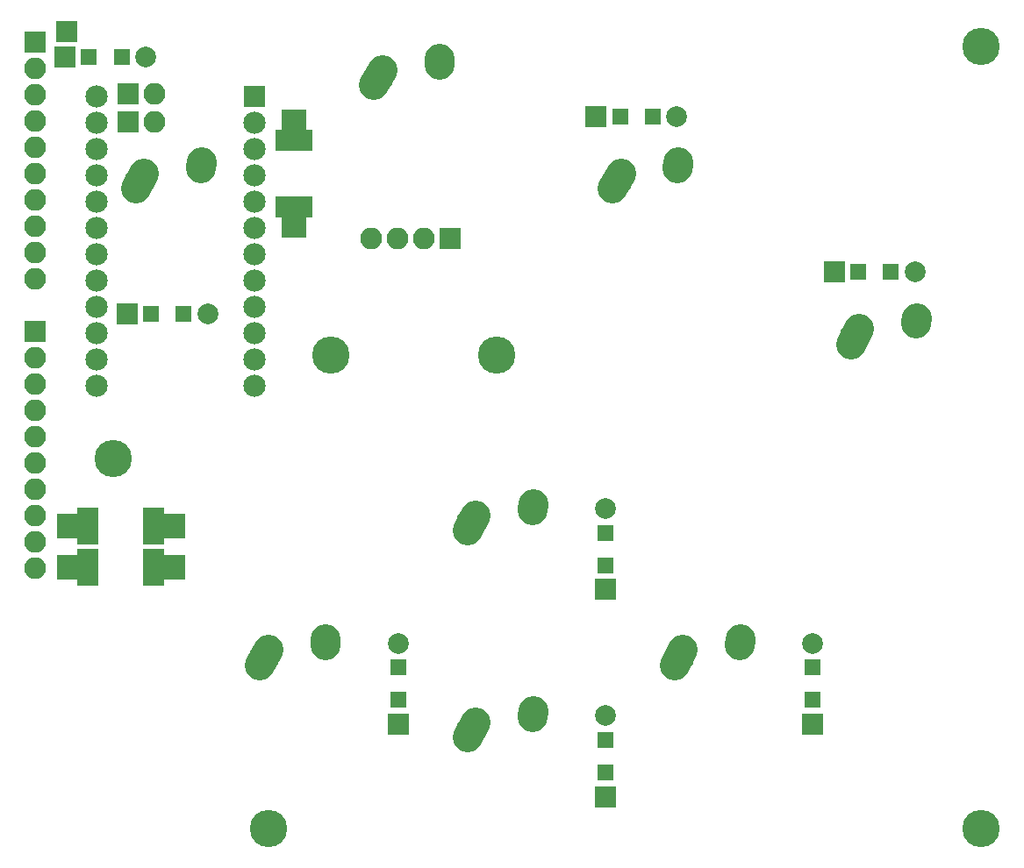
<source format=gbr>
G04 #@! TF.GenerationSoftware,KiCad,Pcbnew,(5.1.2)-2*
G04 #@! TF.CreationDate,2019-07-07T18:04:58+10:00*
G04 #@! TF.ProjectId,Right_Combined_Micro,52696768-745f-4436-9f6d-62696e65645f,rev?*
G04 #@! TF.SameCoordinates,Original*
G04 #@! TF.FileFunction,Soldermask,Top*
G04 #@! TF.FilePolarity,Negative*
%FSLAX46Y46*%
G04 Gerber Fmt 4.6, Leading zero omitted, Abs format (unit mm)*
G04 Created by KiCad (PCBNEW (5.1.2)-2) date 2019-07-07 18:04:58*
%MOMM*%
%LPD*%
G04 APERTURE LIST*
%ADD10C,3.600000*%
%ADD11R,2.152600X2.152600*%
%ADD12C,2.152600*%
%ADD13R,1.600000X1.600000*%
%ADD14R,2.000000X2.000000*%
%ADD15C,2.000000*%
%ADD16R,2.100000X2.100000*%
%ADD17O,2.100000X2.100000*%
%ADD18C,2.900000*%
%ADD19C,2.900000*%
%ADD20R,2.000200X3.600400*%
%ADD21R,2.398980X2.398980*%
%ADD22R,3.600400X2.000200*%
G04 APERTURE END LIST*
D10*
X127500000Y-109250000D03*
X112500000Y-73500000D03*
X196250000Y-109250000D03*
D11*
X126120000Y-38530000D03*
D12*
X126120000Y-41070000D03*
X126120000Y-43610000D03*
X126120000Y-46150000D03*
X126120000Y-48690000D03*
X126120000Y-51230000D03*
X126120000Y-53770000D03*
X126120000Y-56310000D03*
X126120000Y-58850000D03*
X126120000Y-61390000D03*
X126120000Y-63930000D03*
X126120000Y-66470000D03*
X110880000Y-66470000D03*
X110880000Y-63930000D03*
X110880000Y-61390000D03*
X110880000Y-58850000D03*
X110880000Y-56310000D03*
X110880000Y-53770000D03*
X110880000Y-51230000D03*
X110880000Y-48690000D03*
X110880000Y-46150000D03*
X110880000Y-43610000D03*
X110880000Y-41070000D03*
X110880000Y-38530000D03*
D13*
X119325000Y-59500000D03*
X116175000Y-59500000D03*
D14*
X113850000Y-59500000D03*
D15*
X121650000Y-59500000D03*
D13*
X113325000Y-34750000D03*
X110175000Y-34750000D03*
D14*
X107850000Y-34750000D03*
D15*
X115650000Y-34750000D03*
D13*
X164575000Y-40500000D03*
X161425000Y-40500000D03*
D14*
X159100000Y-40500000D03*
D15*
X166900000Y-40500000D03*
D13*
X187575000Y-55500000D03*
X184425000Y-55500000D03*
D14*
X182100000Y-55500000D03*
D15*
X189900000Y-55500000D03*
D13*
X140000000Y-93675000D03*
X140000000Y-96825000D03*
D14*
X140000000Y-99150000D03*
D15*
X140000000Y-91350000D03*
D13*
X160000000Y-80675000D03*
X160000000Y-83825000D03*
D14*
X160000000Y-86150000D03*
D15*
X160000000Y-78350000D03*
D13*
X160000000Y-100675000D03*
X160000000Y-103825000D03*
D14*
X160000000Y-106150000D03*
D15*
X160000000Y-98350000D03*
D13*
X180000000Y-93675000D03*
X180000000Y-96825000D03*
D14*
X180000000Y-99150000D03*
D15*
X180000000Y-91350000D03*
D16*
X114000000Y-38250000D03*
D17*
X116540000Y-38250000D03*
D16*
X145000000Y-52250000D03*
D17*
X142460000Y-52250000D03*
X139920000Y-52250000D03*
X137380000Y-52250000D03*
D16*
X114000000Y-41000000D03*
D17*
X116540000Y-41000000D03*
D18*
X115095000Y-46730000D03*
D19*
X115500453Y-46000046D02*
X114689547Y-47459954D01*
D18*
X121020000Y-45210000D03*
D19*
X121039724Y-44920672D02*
X121000276Y-45499328D01*
D18*
X138095000Y-36730000D03*
D19*
X138500453Y-36000046D02*
X137689547Y-37459954D01*
D18*
X144020000Y-35210000D03*
D19*
X144039724Y-34920672D02*
X144000276Y-35499328D01*
D18*
X161095000Y-46730000D03*
D19*
X161500453Y-46000046D02*
X160689547Y-47459954D01*
D18*
X167020000Y-45210000D03*
D19*
X167039724Y-44920672D02*
X167000276Y-45499328D01*
D18*
X184095000Y-61730000D03*
D19*
X184500453Y-61000046D02*
X183689547Y-62459954D01*
D18*
X190020000Y-60210000D03*
D19*
X190039724Y-59920672D02*
X190000276Y-60499328D01*
D18*
X127095000Y-92730000D03*
D19*
X127500453Y-92000046D02*
X126689547Y-93459954D01*
D18*
X133020000Y-91210000D03*
D19*
X133039724Y-90920672D02*
X133000276Y-91499328D01*
D18*
X147095000Y-79730000D03*
D19*
X147500453Y-79000046D02*
X146689547Y-80459954D01*
D18*
X153020000Y-78210000D03*
D19*
X153039724Y-77920672D02*
X153000276Y-78499328D01*
D18*
X147095000Y-99730000D03*
D19*
X147500453Y-99000046D02*
X146689547Y-100459954D01*
D18*
X153020000Y-98210000D03*
D19*
X153039724Y-97920672D02*
X153000276Y-98499328D01*
D18*
X167095000Y-92730000D03*
D19*
X167500453Y-92000046D02*
X166689547Y-93459954D01*
D18*
X173020000Y-91210000D03*
D19*
X173039724Y-90920672D02*
X173000276Y-91499328D01*
D10*
X133500000Y-63500000D03*
X149500000Y-63500000D03*
X196250000Y-33750000D03*
D16*
X105000000Y-33250000D03*
D17*
X105000000Y-35790000D03*
X105000000Y-38330000D03*
X105000000Y-40870000D03*
X105000000Y-43410000D03*
X105000000Y-45950000D03*
X105000000Y-48490000D03*
X105000000Y-51030000D03*
X105000000Y-53570000D03*
X105000000Y-56110000D03*
D16*
X105000000Y-61250000D03*
D17*
X105000000Y-63790000D03*
X105000000Y-66330000D03*
X105000000Y-68870000D03*
X105000000Y-71410000D03*
X105000000Y-73950000D03*
X105000000Y-76490000D03*
X105000000Y-79030000D03*
X105000000Y-81570000D03*
X105000000Y-84110000D03*
D20*
X116450400Y-84000000D03*
X110049600Y-84000000D03*
D21*
X118251260Y-84000000D03*
X108248740Y-84000000D03*
D20*
X116450400Y-80000000D03*
X110049600Y-80000000D03*
D21*
X118251260Y-80000000D03*
X108248740Y-80000000D03*
D22*
X130000000Y-42799600D03*
X130000000Y-49200400D03*
D21*
X130000000Y-40998740D03*
X130000000Y-51001260D03*
D16*
X108000000Y-32250000D03*
M02*

</source>
